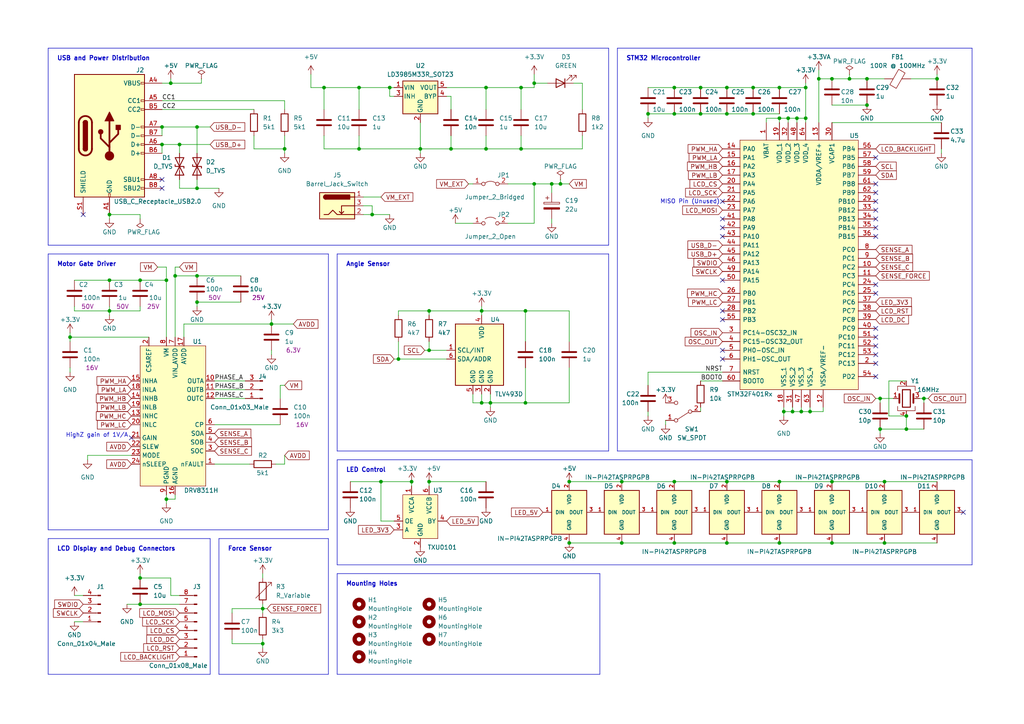
<source format=kicad_sch>
(kicad_sch (version 20231120) (generator "eeschema") (generator_version "8.0")
  (paper "A4")
  (title_block (title "BLDC Haptic Knob") (date "2024-12-29") (rev "0.4"))
  (junction (at 152.4 116.84))
  (junction (at 151.13 43.18))
  (junction (at 195.58 139.7))
  (junction (at 231.14 34.29))
  (junction (at 76.2 176.53))
  (junction (at 187.96 33.02))
  (junction (at 124.46 139.7))
  (junction (at 210.82 157.48))
  (junction (at 124.46 101.6))
  (junction (at 160.02 53.34))
  (junction (at 140.97 25.4))
  (junction (at 226.06 34.29))
  (junction (at 233.68 25.4))
  (junction (at 154.94 53.34))
  (junction (at 226.06 157.48))
  (junction (at 31.75 90.17))
  (junction (at 180.34 157.48))
  (junction (at 113.03 25.4))
  (junction (at 203.2 33.02))
  (junction (at 152.4 90.17))
  (junction (at 256.54 157.48))
  (junction (at 31.75 62.23))
  (junction (at 40.64 81.28))
  (junction (at 251.46 30.48))
  (junction (at 234.95 119.38))
  (junction (at 237.49 22.86))
  (junction (at 20.32 97.79))
  (junction (at 241.3 157.48))
  (junction (at 218.44 25.4))
  (junction (at 104.14 25.4))
  (junction (at 162.56 53.34))
  (junction (at 203.2 25.4))
  (junction (at 46.99 36.83))
  (junction (at 140.97 43.18))
  (junction (at 119.38 139.7))
  (junction (at 195.58 25.4))
  (junction (at 228.6 34.29))
  (junction (at 246.38 22.86))
  (junction (at 255.27 115.57))
  (junction (at 241.3 139.7))
  (junction (at 255.27 124.46))
  (junction (at 210.82 139.7))
  (junction (at 251.46 22.86))
  (junction (at 57.15 87.63))
  (junction (at 226.06 25.4))
  (junction (at 256.54 139.7))
  (junction (at 49.53 24.13))
  (junction (at 107.95 62.23))
  (junction (at 93.98 25.4))
  (junction (at 262.89 120.65))
  (junction (at 227.33 119.38))
  (junction (at 195.58 157.48))
  (junction (at 57.15 54.61))
  (junction (at 139.7 90.17))
  (junction (at 82.55 43.18))
  (junction (at 195.58 33.02))
  (junction (at 241.3 22.86))
  (junction (at 267.97 115.57))
  (junction (at 165.1 157.48))
  (junction (at 139.7 116.84))
  (junction (at 104.14 43.18))
  (junction (at 40.64 167.64))
  (junction (at 121.92 43.18))
  (junction (at 57.15 36.83))
  (junction (at 48.26 144.78))
  (junction (at 271.78 22.86))
  (junction (at 180.34 139.7))
  (junction (at 57.15 80.01))
  (junction (at 165.1 139.7))
  (junction (at 154.94 24.13))
  (junction (at 210.82 33.02))
  (junction (at 124.46 90.17))
  (junction (at 52.07 41.91))
  (junction (at 229.87 119.38))
  (junction (at 50.8 80.01))
  (junction (at 46.99 41.91))
  (junction (at 130.81 43.18))
  (junction (at 110.49 139.7))
  (junction (at 262.89 124.46))
  (junction (at 40.64 175.26))
  (junction (at 210.82 25.4))
  (junction (at 226.06 139.7))
  (junction (at 76.2 186.69))
  (junction (at 142.24 116.84))
  (junction (at 48.26 81.28))
  (junction (at 151.13 25.4))
  (junction (at 78.74 93.98))
  (junction (at 115.57 104.14))
  (junction (at 31.75 81.28))
  (junction (at 218.44 33.02))
  (junction (at 233.68 34.29))
  (junction (at 232.41 119.38))
  (no_connect (at 279.4 148.59))
  (no_connect (at 209.55 101.6))
  (no_connect (at 209.55 104.14))
  (no_connect (at 209.55 58.42))
  (no_connect (at 38.1 127))
  (no_connect (at 254 53.34))
  (no_connect (at 254 55.88))
  (no_connect (at 24.13 62.23))
  (no_connect (at 254 109.22))
  (no_connect (at 254 95.25))
  (no_connect (at 254 82.55))
  (no_connect (at 254 85.09))
  (no_connect (at 254 60.96))
  (no_connect (at 254 63.5))
  (no_connect (at 254 68.58))
  (no_connect (at 254 66.04))
  (no_connect (at 209.55 90.17))
  (no_connect (at 209.55 92.71))
  (no_connect (at 254 97.79))
  (no_connect (at 254 105.41))
  (no_connect (at 254 102.87))
  (no_connect (at 254 100.33))
  (no_connect (at 254 45.72))
  (no_connect (at 254 58.42))
  (no_connect (at 209.55 66.04))
  (no_connect (at 209.55 63.5))
  (no_connect (at 209.55 81.28))
  (no_connect (at 209.55 68.58))
  (no_connect (at 46.99 52.07))
  (no_connect (at 46.99 54.61))
  (polyline (pts (xy 13.97 156.21) (xy 13.97 195.58)))
  (wire (pts (xy 226.06 157.48) (xy 241.3 157.48)))
  (wire (pts (xy 104.14 39.37) (xy 104.14 43.18)))
  (wire (pts (xy 160.02 55.88) (xy 160.02 53.34)))
  (wire (pts (xy 40.64 63.5) (xy 40.64 62.23)))
  (wire (pts (xy 62.23 134.62) (xy 72.39 134.62)))
  (wire (pts (xy 195.58 33.02) (xy 203.2 33.02)))
  (wire (pts (xy 82.55 134.62) (xy 80.01 134.62)))
  (wire (pts (xy 101.6 139.7) (xy 110.49 139.7)))
  (wire (pts (xy 222.25 35.56) (xy 222.25 34.29)))
  (polyline (pts (xy 97.79 195.58) (xy 173.99 195.58)))
  (polyline (pts (xy 13.97 71.12) (xy 176.53 71.12)))
  (wire (pts (xy 82.55 44.45) (xy 82.55 43.18)))
  (wire (pts (xy 104.14 25.4) (xy 113.03 25.4)))
  (wire (pts (xy 53.34 93.98) (xy 53.34 97.79)))
  (wire (pts (xy 262.89 120.65) (xy 262.89 124.46)))
  (wire (pts (xy 229.87 118.11) (xy 229.87 119.38)))
  (wire (pts (xy 232.41 119.38) (xy 229.87 119.38)))
  (wire (pts (xy 21.59 81.28) (xy 31.75 81.28)))
  (wire (pts (xy 113.03 25.4) (xy 113.03 27.94)))
  (wire (pts (xy 154.94 24.13) (xy 154.94 25.4)))
  (wire (pts (xy 139.7 88.9) (xy 139.7 90.17)))
  (wire (pts (xy 139.7 114.3) (xy 139.7 116.84)))
  (wire (pts (xy 238.76 118.11) (xy 238.76 119.38)))
  (wire (pts (xy 234.95 119.38) (xy 232.41 119.38)))
  (wire (pts (xy 135.89 53.34) (xy 137.16 53.34)))
  (polyline (pts (xy 13.97 73.66) (xy 95.25 73.66)))
  (wire (pts (xy 187.96 33.02) (xy 195.58 33.02)))
  (polyline (pts (xy 13.97 73.66) (xy 13.97 153.67)))
  (wire (pts (xy 124.46 139.7) (xy 124.46 140.97)))
  (wire (pts (xy 233.68 24.13) (xy 233.68 25.4)))
  (wire (pts (xy 93.98 31.75) (xy 93.98 25.4)))
  (wire (pts (xy 45.72 77.47) (xy 48.26 77.47)))
  (wire (pts (xy 151.13 25.4) (xy 151.13 31.75)))
  (wire (pts (xy 57.15 44.45) (xy 57.15 36.83)))
  (wire (pts (xy 71.12 110.49) (xy 62.23 110.49)))
  (wire (pts (xy 210.82 33.02) (xy 218.44 33.02)))
  (wire (pts (xy 165.1 116.84) (xy 152.4 116.84)))
  (wire (pts (xy 255.27 115.57) (xy 255.27 116.84)))
  (wire (pts (xy 187.96 107.95) (xy 209.55 107.95)))
  (wire (pts (xy 262.89 110.49) (xy 257.81 110.49)))
  (wire (pts (xy 160.02 53.34) (xy 162.56 53.34)))
  (wire (pts (xy 147.32 64.77) (xy 154.94 64.77)))
  (wire (pts (xy 129.54 27.94) (xy 130.81 27.94)))
  (wire (pts (xy 90.17 21.59) (xy 90.17 25.4)))
  (wire (pts (xy 76.2 185.42) (xy 76.2 186.69)))
  (wire (pts (xy 31.75 90.17) (xy 40.64 90.17)))
  (wire (pts (xy 62.23 123.19) (xy 81.28 123.19)))
  (wire (pts (xy 165.1 157.48) (xy 180.34 157.48)))
  (wire (pts (xy 52.07 52.07) (xy 52.07 54.61)))
  (wire (pts (xy 140.97 31.75) (xy 140.97 25.4)))
  (polyline (pts (xy 63.5 156.21) (xy 63.5 195.58)))
  (wire (pts (xy 76.2 177.8) (xy 76.2 176.53)))
  (wire (pts (xy 233.68 25.4) (xy 233.68 34.29)))
  (wire (pts (xy 267.97 115.57) (xy 269.24 115.57)))
  (wire (pts (xy 76.2 186.69) (xy 76.2 187.96)))
  (wire (pts (xy 195.58 157.48) (xy 210.82 157.48)))
  (wire (pts (xy 237.49 22.86) (xy 237.49 35.56)))
  (wire (pts (xy 254 115.57) (xy 255.27 115.57)))
  (wire (pts (xy 226.06 33.02) (xy 218.44 33.02)))
  (polyline (pts (xy 97.79 73.66) (xy 176.53 73.66)))
  (wire (pts (xy 52.07 172.72) (xy 49.53 172.72)))
  (wire (pts (xy 21.59 180.34) (xy 24.13 180.34)))
  (wire (pts (xy 187.96 34.29) (xy 187.96 33.02)))
  (polyline (pts (xy 97.79 163.83) (xy 281.94 163.83)))
  (wire (pts (xy 123.19 101.6) (xy 124.46 101.6)))
  (wire (pts (xy 151.13 39.37) (xy 151.13 43.18)))
  (wire (pts (xy 210.82 157.48) (xy 226.06 157.48)))
  (wire (pts (xy 203.2 25.4) (xy 210.82 25.4)))
  (wire (pts (xy 20.32 97.79) (xy 43.18 97.79)))
  (wire (pts (xy 232.41 118.11) (xy 232.41 119.38)))
  (wire (pts (xy 227.33 119.38) (xy 227.33 120.65)))
  (wire (pts (xy 226.06 34.29) (xy 228.6 34.29)))
  (wire (pts (xy 57.15 52.07) (xy 57.15 54.61)))
  (wire (pts (xy 50.8 144.78) (xy 48.26 144.78)))
  (wire (pts (xy 31.75 63.5) (xy 31.75 62.23)))
  (wire (pts (xy 229.87 119.38) (xy 227.33 119.38)))
  (wire (pts (xy 124.46 101.6) (xy 124.46 99.06)))
  (wire (pts (xy 241.3 22.86) (xy 246.38 22.86)))
  (wire (pts (xy 152.4 99.06) (xy 152.4 90.17)))
  (wire (pts (xy 228.6 35.56) (xy 228.6 34.29)))
  (wire (pts (xy 241.3 30.48) (xy 251.46 30.48)))
  (wire (pts (xy 50.8 80.01) (xy 50.8 97.79)))
  (wire (pts (xy 154.94 25.4) (xy 151.13 25.4)))
  (wire (pts (xy 165.1 99.06) (xy 165.1 90.17)))
  (wire (pts (xy 139.7 116.84) (xy 142.24 116.84)))
  (wire (pts (xy 20.32 97.79) (xy 20.32 99.06)))
  (wire (pts (xy 31.75 90.17) (xy 31.75 91.44)))
  (wire (pts (xy 46.99 29.21) (xy 82.55 29.21)))
  (wire (pts (xy 52.07 54.61) (xy 57.15 54.61)))
  (wire (pts (xy 246.38 21.59) (xy 246.38 22.86)))
  (wire (pts (xy 121.92 43.18) (xy 121.92 44.45)))
  (wire (pts (xy 142.24 116.84) (xy 142.24 114.3)))
  (wire (pts (xy 25.4 132.08) (xy 25.4 133.35)))
  (wire (pts (xy 78.74 102.87) (xy 78.74 101.6)))
  (wire (pts (xy 227.33 118.11) (xy 227.33 119.38)))
  (wire (pts (xy 73.66 43.18) (xy 82.55 43.18)))
  (wire (pts (xy 57.15 87.63) (xy 69.85 87.63)))
  (wire (pts (xy 82.55 111.76) (xy 81.28 111.76)))
  (wire (pts (xy 209.55 110.49) (xy 203.2 110.49)))
  (polyline (pts (xy 63.5 156.21) (xy 95.25 156.21)))
  (wire (pts (xy 273.05 35.56) (xy 241.3 35.56)))
  (wire (pts (xy 104.14 43.18) (xy 121.92 43.18)))
  (wire (pts (xy 93.98 39.37) (xy 93.98 43.18)))
  (wire (pts (xy 210.82 139.7) (xy 226.06 139.7)))
  (wire (pts (xy 40.64 175.26) (xy 52.07 175.26)))
  (wire (pts (xy 40.64 166.37) (xy 40.64 167.64)))
  (wire (pts (xy 71.12 115.57) (xy 62.23 115.57)))
  (wire (pts (xy 165.1 90.17) (xy 152.4 90.17)))
  (wire (pts (xy 140.97 39.37) (xy 140.97 43.18)))
  (wire (pts (xy 67.31 186.69) (xy 76.2 186.69)))
  (wire (pts (xy 67.31 177.8) (xy 67.31 176.53)))
  (wire (pts (xy 137.16 116.84) (xy 139.7 116.84)))
  (wire (pts (xy 241.3 139.7) (xy 256.54 139.7)))
  (wire (pts (xy 234.95 118.11) (xy 234.95 119.38)))
  (polyline (pts (xy 179.07 13.97) (xy 281.94 13.97)))
  (wire (pts (xy 180.34 157.48) (xy 195.58 157.48)))
  (wire (pts (xy 256.54 139.7) (xy 271.78 139.7)))
  (wire (pts (xy 21.59 90.17) (xy 31.75 90.17)))
  (wire (pts (xy 140.97 139.7) (xy 124.46 139.7)))
  (wire (pts (xy 154.94 24.13) (xy 158.75 24.13)))
  (wire (pts (xy 237.49 20.32) (xy 237.49 22.86)))
  (wire (pts (xy 40.64 81.28) (xy 48.26 81.28)))
  (wire (pts (xy 233.68 34.29) (xy 233.68 35.56)))
  (wire (pts (xy 187.96 107.95) (xy 187.96 111.76)))
  (wire (pts (xy 50.8 80.01) (xy 57.15 80.01)))
  (wire (pts (xy 49.53 22.86) (xy 49.53 24.13)))
  (wire (pts (xy 105.41 62.23) (xy 107.95 62.23)))
  (polyline (pts (xy 179.07 130.81) (xy 281.94 130.81)))
  (wire (pts (xy 67.31 185.42) (xy 67.31 186.69)))
  (wire (pts (xy 76.2 166.37) (xy 76.2 167.64)))
  (wire (pts (xy 46.99 41.91) (xy 52.07 41.91)))
  (wire (pts (xy 50.8 143.51) (xy 50.8 144.78)))
  (wire (pts (xy 231.14 34.29) (xy 233.68 34.29)))
  (wire (pts (xy 160.02 64.77) (xy 160.02 63.5)))
  (wire (pts (xy 31.75 81.28) (xy 40.64 81.28)))
  (polyline (pts (xy 13.97 153.67) (xy 95.25 153.67)))
  (wire (pts (xy 165.1 106.68) (xy 165.1 116.84)))
  (wire (pts (xy 267.97 124.46) (xy 262.89 124.46)))
  (wire (pts (xy 238.76 119.38) (xy 234.95 119.38)))
  (wire (pts (xy 147.32 53.34) (xy 154.94 53.34)))
  (wire (pts (xy 130.81 43.18) (xy 140.97 43.18)))
  (wire (pts (xy 121.92 43.18) (xy 130.81 43.18)))
  (wire (pts (xy 53.34 93.98) (xy 78.74 93.98)))
  (wire (pts (xy 20.32 106.68) (xy 20.32 107.95)))
  (polyline (pts (xy 13.97 13.97) (xy 176.53 13.97)))
  (wire (pts (xy 152.4 90.17) (xy 139.7 90.17)))
  (polyline (pts (xy 13.97 156.21) (xy 60.96 156.21)))
  (wire (pts (xy 49.53 167.64) (xy 40.64 167.64)))
  (polyline (pts (xy 95.25 195.58) (xy 95.25 156.21)))
  (polyline (pts (xy 281.94 130.81) (xy 281.94 13.97)))
  (wire (pts (xy 168.91 43.18) (xy 151.13 43.18)))
  (wire (pts (xy 165.1 139.7) (xy 180.34 139.7)))
  (wire (pts (xy 107.95 62.23) (xy 113.03 62.23)))
  (wire (pts (xy 162.56 53.34) (xy 165.1 53.34)))
  (wire (pts (xy 255.27 125.73) (xy 255.27 124.46)))
  (wire (pts (xy 130.81 27.94) (xy 130.81 31.75)))
  (polyline (pts (xy 97.79 133.35) (xy 281.94 133.35)))
  (wire (pts (xy 93.98 43.18) (xy 104.14 43.18)))
  (wire (pts (xy 107.95 59.69) (xy 107.95 62.23)))
  (wire (pts (xy 154.94 21.59) (xy 154.94 24.13)))
  (wire (pts (xy 187.96 120.65) (xy 187.96 119.38)))
  (wire (pts (xy 140.97 25.4) (xy 151.13 25.4)))
  (wire (pts (xy 110.49 151.13) (xy 110.49 139.7)))
  (wire (pts (xy 113.03 25.4) (xy 114.3 25.4)))
  (wire (pts (xy 124.46 90.17) (xy 139.7 90.17)))
  (wire (pts (xy 115.57 90.17) (xy 124.46 90.17)))
  (polyline (pts (xy 13.97 13.97) (xy 13.97 71.12)))
  (polyline (pts (xy 97.79 73.66) (xy 97.79 130.81)))
  (polyline (pts (xy 176.53 71.12) (xy 176.53 13.97)))
  (wire (pts (xy 48.26 77.47) (xy 48.26 81.28)))
  (wire (pts (xy 228.6 34.29) (xy 231.14 34.29)))
  (polyline (pts (xy 281.94 163.83) (xy 281.94 133.35)))
  (wire (pts (xy 48.26 81.28) (xy 48.26 97.79)))
  (wire (pts (xy 46.99 31.75) (xy 73.66 31.75)))
  (wire (pts (xy 256.54 157.48) (xy 271.78 157.48)))
  (wire (pts (xy 40.64 90.17) (xy 40.64 88.9)))
  (polyline (pts (xy 97.79 166.37) (xy 97.79 195.58)))
  (wire (pts (xy 226.06 35.56) (xy 226.06 34.29)))
  (wire (pts (xy 40.64 62.23) (xy 31.75 62.23)))
  (polyline (pts (xy 179.07 13.97) (xy 179.07 130.81)))
  (wire (pts (xy 241.3 22.86) (xy 237.49 22.86)))
  (wire (pts (xy 46.99 41.91) (xy 46.99 44.45)))
  (wire (pts (xy 257.81 110.49) (xy 257.81 120.65)))
  (wire (pts (xy 203.2 33.02) (xy 210.82 33.02)))
  (wire (pts (xy 255.27 115.57) (xy 259.08 115.57)))
  (polyline (pts (xy 97.79 130.81) (xy 176.53 130.81)))
  (wire (pts (xy 82.55 132.08) (xy 82.55 134.62)))
  (polyline (pts (xy 173.99 195.58) (xy 173.99 166.37)))
  (wire (pts (xy 129.54 25.4) (xy 140.97 25.4)))
  (wire (pts (xy 71.12 113.03) (xy 62.23 113.03)))
  (wire (pts (xy 154.94 53.34) (xy 160.02 53.34)))
  (wire (pts (xy 266.7 115.57) (xy 267.97 115.57)))
  (wire (pts (xy 195.58 25.4) (xy 203.2 25.4)))
  (wire (pts (xy 119.38 139.7) (xy 119.38 140.97)))
  (wire (pts (xy 113.03 27.94) (xy 114.3 27.94)))
  (wire (pts (xy 115.57 91.44) (xy 115.57 90.17)))
  (wire (pts (xy 38.1 132.08) (xy 25.4 132.08)))
  (wire (pts (xy 78.74 92.71) (xy 78.74 93.98)))
  (polyline (pts (xy 95.25 153.67) (xy 95.25 73.66)))
  (wire (pts (xy 168.91 24.13) (xy 168.91 31.75)))
  (wire (pts (xy 203.2 118.11) (xy 203.2 119.38)))
  (wire (pts (xy 264.16 22.86) (xy 271.78 22.86)))
  (wire (pts (xy 48.26 146.05) (xy 48.26 144.78)))
  (wire (pts (xy 195.58 139.7) (xy 210.82 139.7)))
  (polyline (pts (xy 60.96 156.21) (xy 60.96 195.58)))
  (wire (pts (xy 48.26 144.78) (xy 48.26 143.51)))
  (wire (pts (xy 20.32 96.52) (xy 20.32 97.79)))
  (polyline (pts (xy 97.79 133.35) (xy 97.79 163.83)))
  (wire (pts (xy 110.49 139.7) (xy 119.38 139.7)))
  (wire (pts (xy 76.2 176.53) (xy 77.47 176.53)))
  (polyline (pts (xy 60.96 195.58) (xy 13.97 195.58)))
  (wire (pts (xy 129.54 104.14) (xy 115.57 104.14)))
  (polyline (pts (xy 63.5 195.58) (xy 95.25 195.58)))
  (wire (pts (xy 166.37 24.13) (xy 168.91 24.13)))
  (wire (pts (xy 78.74 93.98) (xy 85.09 93.98)))
  (wire (pts (xy 231.14 35.56) (xy 231.14 34.29)))
  (wire (pts (xy 222.25 34.29) (xy 226.06 34.29)))
  (wire (pts (xy 110.49 57.15) (xy 105.41 57.15)))
  (wire (pts (xy 256.54 22.86) (xy 251.46 22.86)))
  (wire (pts (xy 142.24 118.11) (xy 142.24 116.84)))
  (wire (pts (xy 105.41 59.69) (xy 107.95 59.69)))
  (wire (pts (xy 226.06 25.4) (xy 218.44 25.4)))
  (wire (pts (xy 36.83 175.26) (xy 40.64 175.26)))
  (wire (pts (xy 152.4 116.84) (xy 142.24 116.84)))
  (wire (pts (xy 140.97 43.18) (xy 151.13 43.18)))
  (wire (pts (xy 58.42 22.86) (xy 58.42 24.13)))
  (wire (pts (xy 46.99 24.13) (xy 49.53 24.13)))
  (wire (pts (xy 49.53 172.72) (xy 49.53 167.64)))
  (wire (pts (xy 52.07 77.47) (xy 50.8 77.47)))
  (wire (pts (xy 132.08 64.77) (xy 137.16 64.77)))
  (wire (pts (xy 130.81 39.37) (xy 130.81 43.18)))
  (wire (pts (xy 180.34 139.7) (xy 195.58 139.7)))
  (wire (pts (xy 152.4 106.68) (xy 152.4 116.84)))
  (wire (pts (xy 73.66 39.37) (xy 73.66 43.18)))
  (wire (pts (xy 210.82 25.4) (xy 218.44 25.4)))
  (wire (pts (xy 31.75 90.17) (xy 31.75 88.9)))
  (wire (pts (xy 273.05 44.45) (xy 273.05 43.18)))
  (wire (pts (xy 257.81 120.65) (xy 262.89 120.65)))
  (wire (pts (xy 90.17 25.4) (xy 93.98 25.4)))
  (wire (pts (xy 226.06 139.7) (xy 241.3 139.7)))
  (wire (pts (xy 46.99 39.37) (xy 46.99 36.83)))
  (wire (pts (xy 187.96 25.4) (xy 195.58 25.4)))
  (wire (pts (xy 104.14 31.75) (xy 104.14 25.4)))
  (wire (pts (xy 271.78 21.59) (xy 271.78 22.86)))
  (wire (pts (xy 52.07 41.91) (xy 60.96 41.91)))
  (wire (pts (xy 57.15 88.9) (xy 57.15 87.63)))
  (wire (pts (xy 139.7 90.17) (xy 139.7 91.44)))
  (wire (pts (xy 162.56 52.07) (xy 162.56 53.34)))
  (wire (pts (xy 115.57 104.14) (xy 115.57 99.06)))
  (wire (pts (xy 57.15 80.01) (xy 69.85 80.01)))
  (wire (pts (xy 241.3 157.48) (xy 256.54 157.48)))
  (wire (pts (xy 21.59 172.72) (xy 24.13 172.72)))
  (wire (pts (xy 50.8 77.47) (xy 50.8 80.01)))
  (wire (pts (xy 82.55 29.21) (xy 82.55 31.75)))
  (wire (pts (xy 251.46 22.86) (xy 246.38 22.86)))
  (wire (pts (xy 46.99 36.83) (xy 57.15 36.83)))
  (wire (pts (xy 81.28 111.76) (xy 81.28 115.57)))
  (wire (pts (xy 76.2 176.53) (xy 76.2 175.26)))
  (wire (pts (xy 114.3 104.14) (xy 115.57 104.14)))
  (wire (pts (xy 168.91 39.37) (xy 168.91 43.18)))
  (wire (pts (xy 124.46 91.44) (xy 124.46 90.17)))
  (wire (pts (xy 57.15 36.83) (xy 60.96 36.83)))
  (wire (pts (xy 154.94 64.77) (xy 154.94 53.34)))
  (wire (pts (xy 63.5 54.61) (xy 57.15 54.61)))
  (wire (pts (xy 93.98 25.4) (xy 104.14 25.4)))
  (wire (pts (xy 129.54 101.6) (xy 124.46 101.6)))
  (polyline (pts (xy 176.53 130.81) (xy 176.53 73.66)))
  (wire (pts (xy 267.97 116.84) (xy 267.97 115.57)))
  (wire (pts (xy 226.06 25.4) (xy 233.68 25.4)))
  (wire (pts (xy 255.27 124.46) (xy 262.89 124.46)))
  (wire (pts (xy 193.04 123.19) (xy 193.04 121.92)))
  (wire (pts (xy 58.42 24.13) (xy 49.53 24.13)))
  (wire (pts (xy 137.16 114.3) (xy 137.16 116.84)))
  (wire (pts (xy 82.55 39.37) (xy 82.55 43.18)))
  (wire (pts (xy 121.92 35.56) (xy 121.92 43.18)))
  (wire (pts (xy 114.3 151.13) (xy 110.49 151.13)))
  (polyline (pts (xy 97.79 166.37) (xy 173.99 166.37)))
  (wire (pts (xy 52.07 44.45) (xy 52.07 41.91)))
  (wire (pts (xy 67.31 176.53) (xy 76.2 176.53)))
  (wire (pts (xy 21.59 90.17) (xy 21.59 88.9)))
  (text "MISO Pin (Unused)" (at 191.465 59.2692 0) (effects (font (size 1.2 1.2)) (justify left bottom)))
  (text "Mounting Holes" (at 100.33 170.18 0) (effects (font (size 1.27 1.27) (thickness 0.254) (bold yes)) (justify left bottom)))
  (text "LCD Display and Debug Connectors" (at 16.51 160.02 0) (effects (font (size 1.27 1.27) (thickness 0.254) (bold yes)) (justify left bottom)))
  (text "USB and Power Distribution" (at 16.51 17.78 0) (effects (font (size 1.27 1.27) (thickness 0.254) (bold yes)) (justify left bottom)))
  (text "Force Sensor" (at 66.04 160.02 0) (effects (font (size 1.27 1.27) (thickness 0.254) (bold yes)) (justify left bottom)))
  (text "LED Control" (at 100.33 137.16 0) (effects (font (size 1.27 1.27) (thickness 0.254) (bold yes)) (justify left bottom)))
  (text "HighZ gain of 1V/A" (at 19.05 127 0) (effects (font (size 1.2 1.2)) (justify left bottom)))
  (text "STM32 Microcontroller" (at 181.61 17.78 0) (effects (font (size 1.27 1.27) (thickness 0.254) (bold yes)) (justify left bottom)))
  (text "Angle Sensor" (at 100.33 77.47 0) (effects (font (size 1.27 1.27) (thickness 0.254) (bold yes)) (justify left bottom)))
  (text "Motor Gate Driver" (at 16.51 77.47 0) (effects (font (size 1.27 1.27) (thickness 0.254) (bold yes)) (justify left bottom)))
  (label "PHASE_A" (at 62.23 110.49 0))
  (label "PHASE_B" (at 62.23 113.03 0))
  (label "BOOT0" (at 209.55 110.49 180))
  (label "CC2" (at 46.99 31.75 0))
  (label "PHASE_C" (at 62.23 115.57 0))
  (label "NRST" (at 209.55 107.95 180))
  (label "CC1" (at 46.99 29.21 0))
  (global_label "LCD_SCK" (shape input) (at 52.07 180.34 180) (property "Intersheetrefs" "${INTERSHEET_REFS}" (effects (hide yes))))
  (global_label "LED_5V" (shape input) (at 129.54 151.13 0) (property "Intersheetrefs" "${INTERSHEET_REFS}" (effects (hide yes))))
  (global_label "PWM_HA" (shape input) (at 38.1 110.49 180) (property "Intersheetrefs" "${INTERSHEET_REFS}" (effects (hide yes))))
  (global_label "AVDD" (shape input) (at 82.55 132.08 0) (property "Intersheetrefs" "${INTERSHEET_REFS}" (effects (hide yes))))
  (global_label "LED_5V" (shape input) (at 157.48 148.59 180) (property "Intersheetrefs" "${INTERSHEET_REFS}" (effects (hide yes))))
  (global_label "SENSE_A" (shape input) (at 62.23 125.73 0) (property "Intersheetrefs" "${INTERSHEET_REFS}" (effects (hide yes))))
  (global_label "AVDD" (shape input) (at 38.1 134.62 180) (property "Intersheetrefs" "${INTERSHEET_REFS}" (effects (hide yes))))
  (global_label "USB_D-" (shape input) (at 60.96 36.83 0) (property "Intersheetrefs" "${INTERSHEET_REFS}" (effects (hide yes))))
  (global_label "LCD_CS" (shape input) (at 209.55 53.34 180) (property "Intersheetrefs" "${INTERSHEET_REFS}" (effects (hide yes))))
  (global_label "LCD_RST" (shape input) (at 52.07 187.96 180) (property "Intersheetrefs" "${INTERSHEET_REFS}" (effects (hide yes))))
  (global_label "SENSE_A" (shape input) (at 254 72.39 0) (property "Intersheetrefs" "${INTERSHEET_REFS}" (effects (hide yes))))
  (global_label "PWM_LB" (shape input) (at 38.1 118.11 180) (property "Intersheetrefs" "${INTERSHEET_REFS}" (effects (hide yes))))
  (global_label "PWM_LA" (shape input) (at 38.1 113.03 180) (property "Intersheetrefs" "${INTERSHEET_REFS}" (effects (hide yes))))
  (global_label "PWM_LA" (shape input) (at 209.55 45.72 180) (property "Intersheetrefs" "${INTERSHEET_REFS}" (effects (hide yes))))
  (global_label "LCD_MOSI" (shape input) (at 209.55 60.96 180) (property "Intersheetrefs" "${INTERSHEET_REFS}" (effects (hide yes))))
  (global_label "LCD_CS" (shape input) (at 52.07 182.88 180) (property "Intersheetrefs" "${INTERSHEET_REFS}" (effects (hide yes))))
  (global_label "AVDD" (shape input) (at 38.1 129.54 180) (property "Intersheetrefs" "${INTERSHEET_REFS}" (effects (hide yes))))
  (global_label "SENSE_C" (shape input) (at 62.23 130.81 0) (property "Intersheetrefs" "${INTERSHEET_REFS}" (effects (hide yes))))
  (global_label "SENSE_B" (shape input) (at 254 74.93 0) (property "Intersheetrefs" "${INTERSHEET_REFS}" (effects (hide yes))))
  (global_label "SCL" (shape input) (at 123.19 101.6 180) (property "Intersheetrefs" "${INTERSHEET_REFS}" (effects (hide yes))))
  (global_label "USB_D-" (shape input) (at 209.55 71.12 180) (property "Intersheetrefs" "${INTERSHEET_REFS}" (effects (hide yes))))
  (global_label "USB_D+" (shape input) (at 209.55 73.66 180) (property "Intersheetrefs" "${INTERSHEET_REFS}" (effects (hide yes))))
  (global_label "SWDIO" (shape input) (at 24.13 175.26 180) (property "Intersheetrefs" "${INTERSHEET_REFS}" (effects (hide yes))))
  (global_label "VM" (shape input) (at 45.72 77.47 180) (property "Intersheetrefs" "${INTERSHEET_REFS}" (effects (hide yes))))
  (global_label "PWM_HA" (shape input) (at 209.55 43.18 180) (property "Intersheetrefs" "${INTERSHEET_REFS}" (effects (hide yes))))
  (global_label "AVDD" (shape input) (at 85.09 93.98 0) (property "Intersheetrefs" "${INTERSHEET_REFS}" (effects (hide yes))))
  (global_label "LCD_DC" (shape input) (at 254 92.71 0) (property "Intersheetrefs" "${INTERSHEET_REFS}" (effects (hide yes))))
  (global_label "SENSE_B" (shape input) (at 62.23 128.27 0) (property "Intersheetrefs" "${INTERSHEET_REFS}" (effects (hide yes))))
  (global_label "SCL" (shape input) (at 254 48.26 0) (property "Intersheetrefs" "${INTERSHEET_REFS}" (effects (hide yes))))
  (global_label "PWM_HB" (shape input) (at 38.1 115.57 180) (property "Intersheetrefs" "${INTERSHEET_REFS}" (effects (hide yes))))
  (global_label "PWM_HC" (shape input) (at 209.55 85.09 180) (property "Intersheetrefs" "${INTERSHEET_REFS}" (effects (hide yes))))
  (global_label "LCD_SCK" (shape input) (at 209.55 55.88 180) (property "Intersheetrefs" "${INTERSHEET_REFS}" (effects (hide yes))))
  (global_label "PWM_LC" (shape input) (at 38.1 123.19 180) (property "Intersheetrefs" "${INTERSHEET_REFS}" (effects (hide yes))))
  (global_label "VM" (shape input) (at 82.55 111.76 0) (property "Intersheetrefs" "${INTERSHEET_REFS}" (effects (hide yes))))
  (global_label "SENSE_C" (shape input) (at 254 77.47 0) (property "Intersheetrefs" "${INTERSHEET_REFS}" (effects (hide yes))))
  (global_label "SWDIO" (shape input) (at 209.55 76.2 180) (property "Intersheetrefs" "${INTERSHEET_REFS}" (effects (hide yes))))
  (global_label "PWM_LB" (shape input) (at 209.55 50.8 180) (property "Intersheetrefs" "${INTERSHEET_REFS}" (effects (hide yes))))
  (global_label "LED_3V3" (shape input) (at 114.3 153.67 180) (property "Intersheetrefs" "${INTERSHEET_REFS}" (effects (hide yes))))
  (global_label "SENSE_FORCE" (shape input) (at 254 80.01 0) (property "Intersheetrefs" "${INTERSHEET_REFS}" (effects (hide yes))))
  (global_label "PWM_HB" (shape input) (at 209.55 48.26 180) (property "Intersheetrefs" "${INTERSHEET_REFS}" (effects (hide yes))))
  (global_label "OSC_OUT" (shape input) (at 209.55 99.06 180) (property "Intersheetrefs" "${INTERSHEET_REFS}" (effects (hide yes))))
  (global_label "SWCLK" (shape input) (at 209.55 78.74 180) (property "Intersheetrefs" "${INTERSHEET_REFS}" (effects (hide yes))))
  (global_label "LCD_MOSI" (shape input) (at 52.07 177.8 180) (property "Intersheetrefs" "${INTERSHEET_REFS}" (effects (hide yes))))
  (global_label "SDA" (shape input) (at 114.3 104.14 180) (property "Intersheetrefs" "${INTERSHEET_REFS}" (effects (hide yes))))
  (global_label "OSC_IN" (shape input) (at 254 115.57 180) (property "Intersheetrefs" "${INTERSHEET_REFS}" (effects (hide yes))))
  (global_label "SDA" (shape input) (at 254 50.8 0) (property "Intersheetrefs" "${INTERSHEET_REFS}" (effects (hide yes))))
  (global_label "VM_EXT" (shape input) (at 135.89 53.34 180) (property "Intersheetrefs" "${INTERSHEET_REFS}" (effects (hide yes))))
  (global_label "SWCLK" (shape input) (at 24.13 177.8 180) (property "Intersheetrefs" "${INTERSHEET_REFS}" (effects (hide yes))))
  (global_label "LCD_DC" (shape input) (at 52.07 185.42 180) (property "Intersheetrefs" "${INTERSHEET_REFS}" (effects (hide yes))))
  (global_label "LED_3V3" (shape input) (at 254 87.63 0) (property "Intersheetrefs" "${INTERSHEET_REFS}" (effects (hide yes))))
  (global_label "VM" (shape input) (at 165.1 53.34 0) (property "Intersheetrefs" "${INTERSHEET_REFS}" (effects (hide yes))))
  (global_label "LCD_BACKLIGHT" (shape input) (at 254 43.18 0) (property "Intersheetrefs" "${INTERSHEET_REFS}" (effects (hide yes))))
  (global_label "PWM_HC" (shape input) (at 38.1 120.65 180) (property "Intersheetrefs" "${INTERSHEET_REFS}" (effects (hide yes))))
  (global_label "VM" (shape input) (at 52.07 77.47 0) (property "Intersheetrefs" "${INTERSHEET_REFS}" (effects (hide yes))))
  (global_label "OSC_OUT" (shape input) (at 269.24 115.57 0) (property "Intersheetrefs" "${INTERSHEET_REFS}" (effects (hide yes))))
  (global_label "LCD_RST" (shape input) (at 254 90.17 0) (property "Intersheetrefs" "${INTERSHEET_REFS}" (effects (hide yes))))
  (global_label "LCD_BACKLIGHT" (shape input) (at 52.07 190.5 180) (property "Intersheetrefs" "${INTERSHEET_REFS}" (effects (hide yes))))
  (global_label "USB_D+" (shape input) (at 60.96 41.91 0) (property "Intersheetrefs" "${INTERSHEET_REFS}" (effects (hide yes))))
  (global_label "VM_EXT" (shape input) (at 110.49 57.15 0) (property "Intersheetrefs" "${INTERSHEET_REFS}" (effects (hide yes))))
  (global_label "OSC_IN" (shape input) (at 209.55 96.52 180) (property "Intersheetrefs" "${INTERSHEET_REFS}" (effects (hide yes))))
  (global_label "PWM_LC" (shape input) (at 209.55 87.63 180) (property "Intersheetrefs" "${INTERSHEET_REFS}" (effects (hide yes))))
  (global_label "SENSE_FORCE" (shape input) (at 77.47 176.53 0) (property "Intersheetrefs" "${INTERSHEET_REFS}" (effects (hide yes))))
  (symbol (lib_id "Device:C") (at 226.06 29.21 0) (unit 1)
    (property "Reference" "C27" (at 228.6 26.67 0) (effects (justify left)))
    (property "Value" "100n" (at 227.33 31.75 0) (effects (justify left)))
    (property "Footprint" "Capacitor_SMD:C_0603_1608Metric" (effects (hide yes)))
  )
  (symbol (lib_id "Device:C") (at 203.2 29.21 0) (unit 1)
    (property "Reference" "C24" (at 204.47 26.67 0) (effects (justify left)))
    (property "Value" "100n" (at 204.47 31.75 0) (effects (justify left)))
    (property "Footprint" "Capacitor_SMD:C_0603_1608Metric" (effects (hide yes)))
  )
  (symbol (lib_id "power:+5V") (at 90.17 21.59 0) (unit 1)
    (property "Reference" "#PWR018" (effects (hide yes)))
    (property "Value" "+5V" (at 90.17 16.51 0))
  )
  (symbol (lib_id "Connector:Conn_01x08_Male") (at 57.15 182.88 180) (unit 1)
    (property "Reference" "J3" (at 55.88 170.18 0) (effects (justify right)))
    (property "Value" "Conn_01x08_Male" (at 43.18 193.04 0) (effects (justify right)))
    (property "Footprint" "smart_knob_footprints:LCD_Display" (effects (hide yes)))
  )
  (symbol (lib_id "power:+3.3V") (at 20.32 96.52 0) (unit 1)
    (property "Reference" "#PWR01" (effects (hide yes)))
    (property "Value" "+3.3V" (at 20.32 92.71 0))
  )
  (symbol (lib_id "Device:C") (at 151.13 35.56 0) (unit 1)
    (property "Reference" "C17" (at 154.94 34.2899 0) (effects (justify left)))
    (property "Value" "10u" (at 154.94 36.8299 0) (effects (justify left)))
    (property "Footprint" "Capacitor_SMD:C_0603_1608Metric" (effects (hide yes)))
  )
  (symbol (lib_id "Device:C") (at 210.82 29.21 0) (unit 1)
    (property "Reference" "C25" (at 212.09 26.67 0) (effects (justify left)))
    (property "Value" "100n" (at 212.09 31.75 0) (effects (justify left)))
    (property "Footprint" "Capacitor_SMD:C_0603_1608Metric" (effects (hide yes)))
  )
  (symbol (lib_id "Device:C") (at 273.05 39.37 0) (unit 1)
    (property "Reference" "C33" (at 275.59 38.1 0) (effects (justify left)))
    (property "Value" "4.7u" (at 275.59 40.64 0) (effects (justify left)))
    (property "Footprint" "Capacitor_SMD:C_0603_1608Metric" (effects (hide yes)))
  )
  (symbol (lib_id "Mechanical:MountingHole") (at 124.46 185.42 0) (unit 1)
    (property "Reference" "H7" (at 127 184.1499 0) (effects (justify left)))
    (property "Value" "MountingHole" (at 127 186.6899 0) (effects (justify left)))
    (property "Footprint" "smart_knob_footprints:MountingHole_1.8mm_M1.6" (effects (hide yes)))
  )
  (symbol (lib_id "power:GND") (at 273.05 44.45 0) (unit 1)
    (property "Reference" "#PWR044" (effects (hide yes)))
    (property "Value" "GND" (at 273.05 48.26 0))
  )
  (symbol (lib_id "Device:C") (at 255.27 120.65 0) (unit 1)
    (property "Reference" "C30" (at 248.92 119.38 0) (effects (justify left)))
    (property "Value" "10p" (at 248.92 121.92 0) (effects (justify left)))
    (property "Footprint" "Capacitor_SMD:C_0603_1608Metric" (effects (hide yes)))
  )
  (symbol (lib_id "power:+5V") (at 49.53 22.86 0) (unit 1)
    (property "Reference" "#PWR011" (effects (hide yes)))
    (property "Value" "+5V" (at 49.53 19.05 0))
  )
  (symbol (lib_id "Device:C") (at 20.32 102.87 0) (unit 1)
    (property "Reference" "C1" (at 24.13 101.5999 0) (effects (justify left)))
    (property "Value" "100n" (at 24.13 104.1399 0) (effects (justify left)))
    (property "Footprint" "Capacitor_SMD:C_0603_1608Metric" (effects (hide yes)))
    (property "Rating" "16V" (at 26.67 106.68 0))
  )
  (symbol (lib_id "Device:C") (at 140.97 143.51 180) (unit 1)
    (property "Reference" "C16" (at 133.35 142.24 0) (effects (justify right)))
    (property "Value" "100n" (at 133.35 144.78 0) (effects (justify right)))
    (property "Footprint" "Capacitor_SMD:C_0603_1608Metric" (effects (hide yes)))
  )
  (symbol (lib_id "power:+3.3VA") (at 237.49 20.32 0) (unit 1)
    (property "Reference" "#PWR039" (effects (hide yes)))
    (property "Value" "+3.3VA" (at 237.49 16.51 0))
  )
  (symbol (lib_id "power:+3.3V") (at 271.78 21.59 0) (unit 1)
    (property "Reference" "#PWR042" (effects (hide yes)))
    (property "Value" "+3.3V" (at 271.78 17.78 0))
  )
  (symbol (lib_id "power:GND") (at 78.74 102.87 0) (unit 1)
    (property "Reference" "#PWR016" (effects (hide yes)))
    (property "Value" "GND" (at 78.74 106.68 0))
  )
  (symbol (lib_id "Device:C") (at 31.75 85.09 0) (unit 1)
    (property "Reference" "C3" (at 33.02 82.55 0) (effects (justify left)))
    (property "Value" "1u" (at 34.29 86.36 0) (effects (justify left)))
    (property "Footprint" "Capacitor_SMD:C_0603_1608Metric" (effects (hide yes)))
    (property "Rating" "50V" (at 35.56 88.9 0))
  )
  (symbol (lib_id "power:+5V") (at 124.46 139.7 0) (unit 1)
    (property "Reference" "#PWR024" (effects (hide yes)))
    (property "Value" "+5V" (at 125.73 135.89 0))
  )
  (symbol (lib_id "Device:C") (at 140.97 35.56 0) (unit 1)
    (property "Reference" "C15" (at 144.78 34.2899 0) (effects (justify left)))
    (property "Value" "1u" (at 144.78 36.8299 0) (effects (justify left)))
    (property "Footprint" "Capacitor_SMD:C_0603_1608Metric" (effects (hide yes)))
  )
  (symbol (lib_id "power:GND") (at 25.4 133.35 0) (unit 1)
    (property "Reference" "#PWR05" (effects (hide yes)))
    (property "Value" "GND" (at 25.4 138.43 0))
  )
  (symbol (lib_id "Device:R") (at 124.46 95.25 0) (unit 1)
    (property "Reference" "R7" (at 127 93.9799 0) (effects (justify left)))
    (property "Value" "4k7" (at 127 96.5199 0) (effects (justify left)))
    (property "Footprint" "Resistor_SMD:R_0603_1608Metric" (effects (hide yes)))
  )
  (symbol (lib_id "Regulator_Linear:LD3985M33R_SOT23") (at 121.92 27.94 0) (unit 1)
    (property "Reference" "U2" (at 121.92 19.05 0))
    (property "Value" "LD3985M33R_SOT23" (at 121.92 21.59 0))
    (property "Footprint" "Package_TO_SOT_SMD:SOT-23-5" (effects (hide yes)))
    (property "Datasheet" "http://www.st.com/internet/com/TECHNICAL_RESOURCES/TECHNICAL_LITERATURE/DATASHEET/CD00003395.pdf" (effects (hide yes)))
  )
  (symbol (lib_id "smart_knob_symbols:IN-PI42TASPRPGPB") (at 195.58 148.59 0) (unit 1)
    (property "Reference" "D6" (at 191.77 140.97 0))
    (property "Value" "IN-PI42TASPRPGPB" (at 195.58 160.02 0))
    (property "Footprint" "smart_knob_footprints:LED_IN-PI42TASPRPGPB" (effects (hide yes)))
    (property "STANDARD" "Manufacturer Recommendations" (effects (hide yes)))
    (property "SNAPEDA_PN" "IN-PI42TASPRPGPB" (effects (hide yes)))
    (property "MAXIMUM_PACKAGE_HEIGHT" "2.05 mm" (effects (hide yes)))
    (property "PARTREV" "Oct. 10, 2021" (effects (hide yes)))
    (property "MANUFACTURER" "Inolux" (effects (hide yes)))
  )
  (symbol (lib_id "power:+5V") (at 132.08 64.77 0) (unit 1)
    (property "Reference" "#PWR025" (effects (hide yes)))
    (property "Value" "+5V" (at 132.08 60.96 0))
  )
  (symbol (lib_id "Device:C_Polarized") (at 160.02 59.69 0) (unit 1)
    (property "Reference" "C19" (at 163.83 58.166 0) (effects (justify left)))
    (property "Value" "22u" (at 163.83 60.706 0) (effects (justify left)))
    (property "Footprint" "Capacitor_Tantalum_SMD:CP_EIA-2012-12_Kemet-R" (effects (hide yes)))
  )
  (symbol (lib_id "Device:R") (at 76.2 134.62 90) (unit 1)
    (property "Reference" "R2" (at 76.2 132.08 90))
    (property "Value" "5k1" (at 76.2 137.16 90))
    (property "Footprint" "Resistor_SMD:R_0603_1608Metric" (effects (hide yes)))
  )
  (symbol (lib_id "power:GND") (at 76.2 187.96 0) (unit 1)
    (property "Reference" "#PWR015" (effects (hide yes)))
    (property "Value" "GND" (at 76.2 191.77 0))
  )
  (symbol (lib_id "power:GND") (at 113.03 62.23 0) (unit 1)
    (property "Reference" "#PWR020" (effects (hide yes)))
    (property "Value" "GND" (at 113.03 66.04 0))
  )
  (symbol (lib_id "Device:R") (at 203.2 114.3 180) (unit 1)
    (property "Reference" "R9" (at 205.74 113.03 0) (effects (justify right)))
    (property "Value" "10k" (at 205.74 115.57 0) (effects (justify right)))
    (property "Footprint" "Resistor_SMD:R_0603_1608Metric" (effects (hide yes)))
  )
  (symbol (lib_id "power:GND") (at 165.1 157.48 0) (unit 1)
    (property "Reference" "#PWR032" (effects (hide yes)))
    (property "Value" "GND" (at 165.1 161.29 0))
  )
  (symbol (lib_id "Device:C") (at 187.96 29.21 0) (unit 1)
    (property "Reference" "C21" (at 189.23 26.67 0) (effects (justify left)))
    (property "Value" "10u" (at 189.23 31.75 0) (effects (justify left)))
    (property "Footprint" "Capacitor_SMD:C_0603_1608Metric" (effects (hide yes)))
  )
  (symbol (lib_id "power:GND") (at 31.75 91.44 0) (unit 1)
    (property "Reference" "#PWR07" (effects (hide yes)))
    (property "Value" "GND" (at 31.75 95.25 0))
  )
  (symbol (lib_id "Connector:USB_C_Receptacle_USB2.0") (at 31.75 39.37 0) (unit 1)
    (property "Reference" "J2" (at 40.64 20.32 0))
    (property "Value" "USB_C_Receptacle_USB2.0" (at 45.72 58.42 0))
    (property "Footprint" "USB4110-GF-A_REVB:GCT_USB4110-GF-A_REVB_USB2.0" (effects (hide yes)))
    (property "Datasheet" "https://www.usb.org/sites/default/files/documents/usb_type-c.zip" (effects (hide yes)))
  )
  (symbol (lib_id "Device:R") (at 76.2 181.61 0) (unit 1)
    (property "Reference" "R4" (at 78.74 180.3399 0) (effects (justify left)))
    (property "Value" "3k3" (at 78.74 182.8799 0) (effects (justify left)))
    (property "Footprint" "Resistor_SMD:R_0603_1608Metric" (effects (hide yes)))
  )
  (symbol (lib_id "power:GND") (at 142.24 118.11 0) (unit 1)
    (property "Reference" "#PWR028" (effects (hide yes)))
    (property "Value" "GND" (at 142.24 121.92 0))
  )
  (symbol (lib_id "smart_knob_symbols:TXU0101") (at 121.92 149.86 0) (unit 1)
    (property "Reference" "U3" (at 127 142.24 0))
    (property "Value" "TXU0101" (at 128.27 158.75 0))
    (property "Footprint" "TXU0101DCKR:TXU0101DCKR" (effects (hide yes)))
  )
  (symbol (lib_id "Device:C") (at 81.28 119.38 180) (unit 1)
    (property "Reference" "C10" (at 85.09 118.1099 0) (effects (justify right)))
    (property "Value" "100n" (at 85.09 120.6499 0) (effects (justify right)))
    (property "Footprint" "Capacitor_SMD:C_0603_1608Metric" (effects (hide yes)))
    (property "Rating" "16V" (at 87.63 123.19 0))
  )
  (symbol (lib_id "Device:C") (at 195.58 29.21 0) (unit 1)
    (property "Reference" "C23" (at 196.85 26.67 0) (effects (justify left)))
    (property "Value" "100n" (at 196.85 31.75 0) (effects (justify left)))
    (property "Footprint" "Capacitor_SMD:C_0603_1608Metric" (effects (hide yes)))
  )
  (symbol (lib_id "power:+3.3V") (at 193.04 116.84 0) (unit 1)
    (property "Reference" "#PWR035" (effects (hide yes)))
    (property "Value" "+3.3V" (at 193.04 113.03 0))
  )
  (symbol (lib_id "Sensor_Magnetic:TLV493D") (at 139.7 104.14 0) (unit 1)
    (property "Reference" "U4" (at 142.24 92.71 0) (effects (justify left)))
    (property "Value" "TLV493D" (at 143.51 114.3 0) (effects (justify left)))
    (property "Footprint" "Package_TO_SOT_SMD:SOT-23-6" (effects (hide yes)))
    (property "Datasheet" "http://www.infineon.com/dgdl/Infineon-TLV493D-A1B6-DS-v01_00-EN.pdf?fileId=5546d462525dbac40152a6b85c760e80" (effects (hide yes)))
  )
  (symbol (lib_id "power:+3.3V") (at 139.7 88.9 0) (unit 1)
    (property "Reference" "#PWR026" (effects (hide yes)))
    (property "Value" "+3.3V" (at 139.7 85.09 0))
  )
  (symbol (lib_id "power:GND") (at 101.6 147.32 0) (unit 1)
    (property "Reference" "#PWR019" (effects (hide yes)))
    (property "Value" "GND" (at 101.6 151.13 0))
  )
  (symbol (lib_id "power:+3.3V") (at 233.68 24.13 0) (unit 1)
    (property "Reference" "#PWR038" (effects (hide yes)))
    (property "Value" "+3.3V" (at 233.68 20.32 0))
  )
  (symbol (lib_id "Device:D_TVS") (at 52.07 48.26 90) (unit 1)
    (property "Reference" "D1" (at 46.99 45.72 90) (effects (justify right)))
    (property "Value" "D_TVS" (at 44.45 48.26 90) (effects (justify right)))
    (property "Footprint" "Diode_SMD:D_0603_1608Metric" (effects (hide yes)))
  )
  (symbol (lib_id "smart_knob_symbols:IN-PI42TASPRPGPB") (at 180.34 148.59 0) (unit 1)
    (property "Reference" "D5" (at 176.53 140.97 0))
    (property "Value" "IN-PI42TASPRPGPB" (at 179.07 138.43 0))
    (property "Footprint" "smart_knob_footprints:LED_IN-PI42TASPRPGPB" (effects (hide yes)))
    (property "STANDARD" "Manufacturer Recommendations" (effects (hide yes)))
    (property "SNAPEDA_PN" "IN-PI42TASPRPGPB" (effects (hide yes)))
    (property "MAXIMUM_PACKAGE_HEIGHT" "2.05 mm" (effects (hide yes)))
    (property "PARTREV" "Oct. 10, 2021" (effects (hide yes)))
    (property "MANUFACTURER" "Inolux" (effects (hide yes)))
  )
  (symbol (lib_id "power:+3.3V") (at 40.64 166.37 0) (unit 1)
    (property "Reference" "#PWR09" (effects (hide yes)))
    (property "Value" "+3.3V" (at 40.64 162.56 0))
  )
  (symbol (lib_id "smart_knob_symbols:IN-PI42TASPRPGPB") (at 241.3 148.59 0) (unit 1)
    (property "Reference" "D9" (at 237.49 140.97 0))
    (property "Value" "IN-PI42TASPRPGPB" (at 240.03 138.43 0))
    (property "Footprint" "smart_knob_footprints:LED_IN-PI42TASPRPGPB" (effects (hide yes)))
    (property "STANDARD" "Manufacturer Recommendations" (effects (hide yes)))
    (property "SNAPEDA_PN" "IN-PI42TASPRPGPB" (effects (hide yes)))
    (property "MAXIMUM_PACKAGE_HEIGHT" "2.05 mm" (effects (hide yes)))
    (property "PARTREV" "Oct. 10, 2021" (effects (hide yes)))
    (property "MANUFACTURER" "Inolux" (effects (hide yes)))
  )
  (symbol (lib_id "power:GND") (at 187.96 34.29 0) (unit 1)
    (property "Reference" "#PWR033" (effects (hide yes)))
    (property "Value" "GND" (at 187.96 39.37 0))
  )
  (symbol (lib_id "power:GND") (at 271.78 30.48 0) (unit 1)
    (property "Reference" "#PWR043" (effects (hide yes)))
    (property "Value" "GND" (at 271.78 34.29 0))
  )
  (symbol (lib_id "Connector:Conn_01x04_Male") (at 29.21 177.8 180) (unit 1)
    (property "Reference" "J1" (at 27.94 170.18 0) (effects (justify right)))
    (property "Value" "Conn_01x04_Male" (at 16.51 186.69 0) (effects (justify right)))
    (property "Footprint" "Connector_PinHeader_2.54mm:PinHeader_1x04_P2.54mm_Horizontal" (effects (hide yes)))
  )
  (symbol (lib_id "power:GND") (at 121.92 158.75 0) (unit 1)
    (property "Reference" "#PWR023" (effects (hide yes)))
    (property "Value" "GND" (at 121.92 162.56 0))
  )
  (symbol (lib_id "power:GND") (at 193.04 123.19 0) (unit 1)
    (property "Reference" "#PWR036" (effects (hide yes)))
    (property "Value" "GND" (at 193.04 127 0))
  )
  (symbol (lib_id "power:GND") (at 57.15 88.9 0) (unit 1)
    (property "Reference" "#PWR012" (effects (hide yes)))
    (property "Value" "GND" (at 57.15 92.71 0))
  )
  (symbol (lib_id "power:GND") (at 36.83 175.26 0) (unit 1)
    (property "Reference" "#PWR08" (effects (hide yes)))
    (property "Value" "GND" (at 36.83 180.34 0))
  )
  (symbol (lib_id "Mechanical:MountingHole") (at 104.14 190.5 0) (unit 1)
    (property "Reference" "H4" (at 106.68 189.2299 0) (effects (justify left)))
    (property "Value" "MountingHole" (at 106.68 191.7699 0) (effects (justify left)))
    (property "Footprint" "smart_knob_footprints:MountingHole_1.8mm_M1.6" (effects (hide yes)))
  )
  (symbol (lib_id "Device:C") (at 187.96 115.57 0) (unit 1)
    (property "Reference" "C22" (at 181.61 114.3 0) (effects (justify left)))
    (property "Value" "100n" (at 180.34 116.84 0) (effects (justify left)))
    (property "Footprint" "Capacitor_SMD:C_0603_1608Metric" (effects (hide yes)))
  )
  (symbol (lib_id "power:GND") (at 20.32 107.95 0) (unit 1)
    (property "Reference" "#PWR02" (effects (hide yes)))
    (property "Value" "GND" (at 20.32 113.03 0))
  )
  (symbol (lib_id "smart_knob_symbols:IN-PI42TASPRPGPB") (at 210.82 148.59 0) (unit 1)
    (property "Reference" "D7" (at 207.01 140.97 0))
    (property "Value" "IN-PI42TASPRPGPB" (at 209.55 138.43 0))
    (property "Footprint" "smart_knob_footprints:LED_IN-PI42TASPRPGPB" (effects (hide yes)))
    (property "STANDARD" "Manufacturer Recommendations" (effects (hide yes)))
    (property "SNAPEDA_PN" "IN-PI42TASPRPGPB" (effects (hide yes)))
    (property "MAXIMUM_PACKAGE_HEIGHT" "2.05 mm" (effects (hide yes)))
    (property "PARTREV" "Oct. 10, 2021" (effects (hide yes)))
    (property "MANUFACTURER" "Inolux" (effects (hide yes)))
  )
  (symbol (lib_id "power:+3.3V") (at 76.2 166.37 0) (unit 1)
    (property "Reference" "#PWR014" (effects (hide yes)))
    (property "Value" "+3.3V" (at 76.2 162.56 0))
  )
  (symbol (lib_id "Device:LED") (at 162.56 24.13 180) (unit 1)
    (property "Reference" "D3" (at 164.1475 16.51 0))
    (property "Value" "GREEN" (at 164.1475 19.05 0))
    (property "Footprint" "LED_SMD:LED_0603_1608Metric" (effects (hide yes)))
  )
  (symbol (lib_id "power:GND") (at 187.96 120.65 0) (unit 1)
    (property "Reference" "#PWR034" (effects (hide yes)))
    (property "Value" "GND" (at 187.96 124.46 0))
  )
  (symbol (lib_id "Device:C") (at 69.85 83.82 0) (unit 1)
    (property "Reference" "C8" (at 72.39 81.28 0) (effects (justify left)))
    (property "Value" "10u" (at 72.39 83.82 0) (effects (justify left)))
    (property "Footprint" "Capacitor_SMD:C_0603_1608Metric" (effects (hide yes)))
    (property "Rating" "25V" (at 74.93 86.36 0))
  )
  (symbol (lib_id "Device:C") (at 241.3 26.67 0) (unit 1)
    (property "Reference" "C28" (at 243.84 26.67 0) (effects (justify left)))
    (property "Value" "10n" (at 243.84 29.21 0) (effects (justify left)))
    (property "Footprint" "Capacitor_SMD:C_0603_1608Metric" (effects (hide yes)))
  )
  (symbol (lib_id "smart_knob_symbols:DRV8311H") (at 50.8 120.65 0) (unit 1)
    (property "Reference" "U1" (at 55.88 99.06 0) (effects (justify left)))
    (property "Value" "DRV8311H" (at 53.34 142.24 0) (effects (justify left)))
    (property "Footprint" "smart_knob_footprints:WQFN-24-3x3mm" (effects (hide yes)))
  )
  (symbol (lib_id "smart_knob_symbols:STM32F401Rx") (at 232.41 74.93 0) (unit 1)
    (property "Reference" "U5" (at 246.38 39.37 0) (effects (justify left)))
    (property "Value" "STM32F401Rx" (at 210.82 114.3 0) (effects (justify left)))
    (property "Footprint" "smart_knob_footprints:QFP50P1200X1200X160-64N" (effects (hide yes)))
    (property "Datasheet" "http://www.st.com/st-web-ui/static/active/en/resource/technical/document/datasheet/DM00102166.pdf" (effects (hide yes)))
    (property "Description" "ARM Cortex-M4 32b MCU+FPU" (effects (hide yes)))
    (property "Height" "1.6" (effects (hide yes)))
    (property "Manufacturer_Name" "STMicroelectronics" (effects (hide yes)))
    (property "Manufacturer_Part_Number" "STM32F401RET6" (effects (hide yes)))
    (property "Mouser Part Number" "511-STM32F401RET6" (effects (hide yes)))
    (property "Mouser Price/Stock" "https://www.mouser.co.uk/ProductDetail/STMicroelectronics/STM32F401RET6?qs=s5SkPsIz108eLldhTu8INg%3D%3D" (effects (hide yes)))
    (property "Arrow Part Number" "STM32F401RET6" (effects (hide yes)))
    (property "Arrow Price/Stock" "https://www.arrow.com/en/products/stm32f401ret6/stmicroelectronics?region=nac" (effects (hide yes)))
  )
  (symbol (lib_id "Device:R_Variable") (at 76.2 171.45 0) (unit 1)
    (property "Reference" "R3" (at 80.01 170.1799 0) (effects (justify left)))
    (property "Value" "R_Variable" (at 80.01 172.7199 0) (effects (justify left)))
    (property "Footprint" "smart_knob_footprints:Force_Sensor" (effects (hide yes)))
  )
  (symbol (lib_id "Device:R") (at 115.57 95.25 0) (unit 1)
    (property "Reference" "R6" (at 118.11 93.9799 0) (effects (justify left)))
    (property "Value" "4k7" (at 118.11 96.5199 0) (effects (justify left)))
    (property "Footprint" "Resistor_SMD:R_0603_1608Metric" (effects (hide yes)))
  )
  (symbol (lib_id "power:PWR_FLAG") (at 246.38 21.59 0) (unit 1)
    (property "Reference" "#FLG04" (effects (hide yes)))
    (property "Value" "PWR_FLAG" (at 246.38 17.78 0))
  )
  (symbol (lib_id "Device:C") (at 218.44 29.21 0) (unit 1)
    (property "Reference" "C26" (at 219.71 26.67 0) (effects (justify left)))
    (property "Value" "100n" (at 219.71 31.75 0) (effects (justify left)))
    (property "Footprint" "Capacitor_SMD:C_0603_1608Metric" (effects (hide yes)))
  )
  (symbol (lib_id "Device:C") (at 93.98 35.56 0) (unit 1)
    (property "Reference" "C11" (at 97.79 34.2899 0) (effects (justify left)))
    (property "Value" "10u" (at 97.79 36.8299 0) (effects (justify left)))
    (property "Footprint" "Capacitor_SMD:C_0603_1608Metric" (effects (hide yes)))
  )
  (symbol (lib_id "Mechanical:MountingHole") (at 104.14 180.34 0) (unit 1)
    (property "Reference" "H2" (at 106.68 179.0699 0) (effects (justify left)))
    (property "Value" "MountingHole" (at 106.68 181.6099 0) (effects (justify left)))
    (property "Footprint" "smart_knob_footprints:MountingHole_1.8mm_M1.6" (effects (hide yes)))
  )
  (symbol (lib_id "Jumper:Jumper_2_Bridged") (at 142.24 53.34 0) (unit 1)
    (property "Reference" "JP1" (at 146.05 50.8 0))
    (property "Value" "Jumper_2_Bridged" (at 143.51 57.15 0))
    (property "Footprint" "Resistor_SMD:R_0603_1608Metric" (effects (hide yes)))
  )
  (symbol (lib_id "Device:C") (at 251.46 26.67 0) (unit 1)
    (property "Reference" "C29" (at 254 25.4 0) (effects (justify left)))
    (property "Value" "1u" (at 254 27.94 0) (effects (justify left)))
    (property "Footprint" "Capacitor_SMD:C_0603_1608Metric" (effects (hide yes)))
  )
  (symbol (lib_id "Device:FerriteBead") (at 260.35 22.86 90) (unit 1)
    (property "Reference" "FB1" (at 260.35 16.51 90))
    (property "Value" "100R @ 100MHz" (at 260.35 19.05 90))
    (property "Footprint" "Inductor_SMD:L_0603_1608Metric" (effects (hide yes)))
  )
  (symbol (lib_id "smart_knob_symbols:IN-PI42TASPRPGPB") (at 271.78 148.59 0) (unit 1)
    (property "Reference" "D11" (at 267.97 140.97 0))
    (property "Value" "IN-PI42TASPRPGPB" (at 270.51 138.43 0))
    (property "Footprint" "smart_knob_footprints:LED_IN-PI42TASPRPGPB" (effects (hide yes)))
    (property "STANDARD" "Manufacturer Recommendations" (effects (hide yes)))
    (property "SNAPEDA_PN" "IN-PI42TASPRPGPB" (effects (hide yes)))
    (property "MAXIMUM_PACKAGE_HEIGHT" "2.05 mm" (effects (hide yes)))
    (property "PARTREV" "Oct. 10, 2021" (effects (hide yes)))
    (property "MANUFACTURER" "Inolux" (effects (hide yes)))
  )
  (symbol (lib_id "Device:C") (at 130.81 35.56 0) (unit 1)
    (property "Reference" "C14" (at 134.62 34.29 0) (effects (justify left)))
    (property "Value" "10n" (at 134.62 36.83 0) (effects (justify left)))
    (property "Footprint" "Capacitor_SMD:C_0603_1608Metric" (effects (hide yes)))
  )
  (symbol (lib_id "Device:Crystal_GND24") (at 262.89 115.57 0) (unit 1)
    (property "Reference" "Y1" (at 265.43 110.49 0))
    (property "Value" "16MHz" (at 269.24 113.03 0))
    (property "Footprint" "Crystal:Crystal_SMD_Abracon_ABM8G-4Pin_3.2x2.5mm" (effects (hide yes)))
  )
  (symbol (lib_id "smart_knob_symbols:IN-PI42TASPRPGPB") (at 165.1 148.59 0) (unit 1)
    (property "Reference" "D4" (at 161.29 140.97 0))
    (property "Value" "IN-PI42TASPRPGPB" (at 153.67 156.21 0))
    (property "Footprint" "smart_knob_footprints:LED_IN-PI42TASPRPGPB" (effects (hide yes)))
    (property "STANDARD" "Manufacturer Recommendations" (effects (hide yes)))
    (property "SNAPEDA_PN" "IN-PI42TASPRPGPB" (effects (hide yes)))
    (property "MAXIMUM_PACKAGE_HEIGHT" "2.05 mm" (effects (hide yes)))
    (property "PARTREV" "Oct. 10, 2021" (effects (hide yes)))
    (property "MANUFACTURER" "Inolux" (effects (hide yes)))
  )
  (symbol (lib_id "Device:C") (at 78.74 97.79 0) (unit 1)
    (property "Reference" "C9" (at 82.55 96.5199 0) (effects (justify left)))
    (property "Value" "1u" (at 82.55 99.06 0) (effects (justify left)))
    (property "Footprint" "Capacitor_SMD:C_0603_1608Metric" (effects (hide yes)))
    (property "Rating" "6.3V" (at 85.09 101.6 0))
  )
  (symbol (lib_id "power:PWR_FLAG") (at 162.56 52.07 0) (unit 1)
    (property "Reference" "#FLG03" (effects (hide yes)))
    (property "Value" "PWR_FLAG" (at 162.56 48.26 0))
  )
  (symbol (lib_id "power:GND") (at 21.59 180.34 0) (unit 1)
    (property "Reference" "#PWR04" (effects (hide yes)))
    (property "Value" "GND" (at 21.59 184.15 0))
  )
  (symbol (lib_id "Connector:Barrel_Jack_Switch") (at 97.79 59.69 0) (unit 1)
    (property "Reference" "J5" (at 97.79 50.8 0))
    (property "Value" "Barrel_Jack_Switch" (at 97.79 53.34 0))
    (property "Footprint" "Barrel-Jack-54-00127:TENSILITY_54-00127" (effects (hide yes)))
  )
  (symbol (lib_id "power:+3.3V") (at 78.74 92.71 0) (unit 1)
    (property "Reference" "#PWR045" (effects (hide yes)))
    (property "Value" "+3.3V" (at 78.74 88.9 0))
  )
  (symbol (lib_id "power:PWR_FLAG") (at 40.64 63.5 180) (unit 1)
    (property "Reference" "#FLG01" (effects (hide yes)))
    (property "Value" "PWR_FLAG" (at 36.83 67.31 0) (effects (justify right)))
  )
  (symbol (lib_id "Device:R") (at 73.66 35.56 0) (unit 1)
    (property "Reference" "R1" (at 76.2 34.2899 0) (effects (justify left)))
    (property "Value" "5k1" (at 76.2 36.8299 0) (effects (justify left)))
    (property "Footprint" "Resistor_SMD:R_0603_1608Metric" (effects (hide yes)))
  )
  (symbol (lib_id "Mechanical:MountingHole") (at 104.14 185.42 0) (unit 1)
    (property "Reference" "H3" (at 106.68 184.1499 0) (effects (justify left)))
    (property "Value" "MountingHole" (at 106.68 186.6899 0) (effects (justify left)))
    (property "Footprint" "smart_knob_footprints:MountingHole_1.8mm_M1.6" (effects (hide yes)))
  )
  (symbol (lib_id "power:PWR_FLAG") (at 58.42 22.86 0) (unit 1)
    (property "Reference" "#FLG02" (effects (hide yes)))
    (property "Value" "PWR_FLAG" (at 58.42 19.05 0))
  )
  (symbol (lib_id "power:GND") (at 227.33 120.65 0) (unit 1)
    (property "Reference" "#PWR037" (effects (hide yes)))
    (property "Value" "GND" (at 227.33 125.73 0))
  )
  (symbol (lib_id "Device:C") (at 165.1 102.87 0) (unit 1)
    (property "Reference" "C20" (at 168.91 101.5999 0) (effects (justify left)))
    (property "Value" "1u" (at 168.91 104.1399 0) (effects (justify left)))
    (property "Footprint" "Capacitor_SMD:C_0603_1608Metric" (effects (hide yes)))
  )
  (symbol (lib_id "power:+3.3V") (at 21.59 172.72 0) (unit 1)
    (property "Reference" "#PWR03" (effects (hide yes)))
    (property "Value" "+3.3V" (at 21.59 167.64 0))
  )
  (symbol (lib_id "smart_knob_symbols:IN-PI42TASPRPGPB") (at 226.06 148.59 0) (unit 1)
    (property "Reference" "D8" (at 222.25 140.97 0))
    (property "Value" "IN-PI42TASPRPGPB" (at 226.06 160.02 0))
    (property "Footprint" "smart_knob_footprints:LED_IN-PI42TASPRPGPB" (effects (hide yes)))
    (property "STANDARD" "Manufacturer Recommendations" (effects (hide yes)))
    (property "SNAPEDA_PN" "IN-PI42TASPRPGPB" (effects (hide yes)))
    (property "MAXIMUM_PACKAGE_HEIGHT" "2.05 mm" (effects (hide yes)))
    (property "PARTREV" "Oct. 10, 2021" (effects (hide yes)))
    (property "MANUFACTURER" "Inolux" (effects (hide yes)))
  )
  (symbol (lib_id "Mechanical:MountingHole") (at 104.14 175.26 0) (unit 1)
    (property "Reference" "H1" (at 106.68 173.9899 0) (effects (justify left)))
    (property "Value" "MountingHole" (at 106.68 176.5299 0) (effects (justify left)))
    (property "Footprint" "smart_knob_footprints:MountingHole_1.8mm_M1.6" (effects (hide yes)))
  )
  (symbol (lib_id "power:GND") (at 251.46 30.48 0) (unit 1)
    (property "Reference" "#PWR040" (effects (hide yes)))
    (property "Value" "GND" (at 251.46 34.29 0))
  )
  (symbol (lib_id "Device:C") (at 57.15 83.82 180) (unit 1)
    (property "Reference" "C6" (at 59.69 81.28 0) (effects (justify right)))
    (property "Value" "100n" (at 59.69 83.82 0) (effects (justify right)))
    (property "Footprint" "Capacitor_SMD:C_0603_1608Metric" (effects (hide yes)))
    (property "Rating" "50V" (at 62.23 86.36 0))
  )
  (symbol (lib_id "Device:R") (at 168.91 35.56 0) (unit 1)
    (property "Reference" "R8" (at 171.45 34.29 0) (effects (justify left)))
    (property "Value" "1k2" (at 171.45 36.83 0) (effects (justify left)))
    (property "Footprint" "Resistor_SMD:R_0603_1608Metric" (effects (hide yes)))
  )
  (symbol (lib_id "power:GND") (at 160.02 64.77 0) (unit 1)
    (property "Reference" "#PWR030" (effects (hide yes)))
    (property "Value" "GND" (at 160.02 68.58 0))
  )
  (symbol (lib_id "power:GND") (at 82.55 44.45 0) (unit 1)
    (property "Reference" "#PWR017" (effects (hide yes)))
    (property "Value" "GND" (at 82.55 49.53 0))
  )
  (symbol (lib_id "Switch:SW_SPDT") (at 198.12 119.38 180) (unit 1)
    (property "Reference" "SW1" (at 200.66 124.46 0))
    (property "Value" "SW_SPDT" (at 200.66 127 0))
    (property "Footprint" "Button_Switch_SMD:SW_SPDT_CK-JS102011SAQN" (effects (hide yes)))
  )
  (symbol (lib_id "Device:C") (at 104.14 35.56 0) (unit 1)
    (property "Reference" "C13" (at 107.95 34.2899 0) (effects (justify left)))
    (property "Value" "1u" (at 107.95 36.8299 0) (effects (justify left)))
    (property "Footprint" "Capacitor_SMD:C_0603_1608Metric" (effects (hide yes)))
  )
  (symbol (lib_id "power:GND") (at 121.92 44.45 0) (unit 1)
    (property "Reference" "#PWR022" (effects (hide yes)))
    (property "Value" "GND" (at 121.92 48.26 0))
  )
  (symbol (lib_id "Connector:Conn_01x03_Male") (at 76.2 113.03 180) (unit 1)
    (property "Reference" "J4" (at 74.93 109.22 0) (effects (justify right)))
    (property "Value" "Conn_01x03_Male" (at 60.96 118.11 0) (effects (justify right)))
    (property "Footprint" "Connector_Molex:Molex_PicoBlade_53261-0371_1x03-1MP_P1.25mm_Horizontal" (effects (hide yes)))
  )
  (symbol (lib_id "power:GND") (at 31.75 63.5 0) (unit 1)
    (property "Reference" "#PWR06" (effects (hide yes)))
    (property "Value" "GND" (at 31.75 67.31 0))
  )
  (symbol (lib_id "Device:C") (at 267.97 120.65 0) (unit 1)
    (property "Reference" "C31" (at 270.51 119.38 0) (effects (justify left)))
    (property "Value" "10p" (at 270.51 121.92 0) (effects (justify left)))
    (property "Footprint" "Capacitor_SMD:C_0603_1608Metric" (effects (hide yes)))
  )
  (symbol (lib_id "Device:C") (at 67.31 181.61 0) (unit 1)
    (property "Reference" "C7" (at 69.85 180.34 0) (effects (justify left)))
    (property "Value" "100n" (at 69.85 182.88 0) (effects (justify left)))
    (property "Footprint" "Capacitor_SMD:C_0603_1608Metric" (effects (hide yes)))
  )
  (symbol (lib_id "Device:C") (at 21.59 85.09 180) (unit 1)
    (property "Reference" "C2" (at 22.86 82.55 0) (effects (justify right)))
    (property "Value" "100n" (at 24.13 86.36 0) (effects (justify right)))
    (property "Footprint" "Capacitor_SMD:C_0603_1608Metric" (effects (hide yes)))
    (property "Rating" "50V" (at 25.4 88.9 0))
  )
  (symbol (lib_id "Device:C") (at 101.6 143.51 180) (unit 1)
    (property "Reference" "C12" (at 104.14 142.24 0) (effects (justify right)))
    (property "Value" "100n" (at 104.14 144.78 0) (effects (justify right)))
    (property "Footprint" "Capacitor_SMD:C_0603_1608Metric" (effects (hide yes)))
  )
  (symbol (lib_id "Device:C") (at 152.4 102.87 0) (unit 1)
    (property "Reference" "C18" (at 156.21 101.5999 0) (effects (justify left)))
    (property "Value" "100n" (at 156.21 104.1399 0) (effects (justify left)))
    (property "Footprint" "Capacitor_SMD:C_0603_1608Metric" (effects (hide yes)))
  )
  (symbol (lib_id "Mechanical:MountingHole") (at 124.46 180.34 0) (unit 1)
    (property "Reference" "H6" (at 127 179.0699 0) (effects (justify left)))
    (property "Value" "MountingHole" (at 127 181.6099 0) (effects (justify left)))
    (property "Footprint" "smart_knob_footprints:MountingHole_1.8mm_M1.6" (effects (hide yes)))
  )
  (symbol (lib_id "Device:R") (at 82.55 35.56 0) (unit 1)
    (property "Reference" "R5" (at 85.09 34.2899 0) (effects (justify left)))
    (property "Value" "5k1" (at 85.09 36.8299 0) (effects (justify left)))
    (property "Footprint" "Resistor_SMD:R_0603_1608Metric" (effects (hide yes)))
  )
  (symbol (lib_id "Device:D_TVS") (at 57.15 48.26 90) (unit 1)
    (property "Reference" "D2" (at 59.69 46.99 90) (effects (justify right)))
    (property "Value" "D_TVS" (at 59.69 49.53 90) (effects (justify right)))
    (property "Footprint" "Diode_SMD:D_0603_1608Metric" (effects (hide yes)))
  )
  (symbol (lib_id "power:+5V") (at 165.1 139.7 0) (unit 1)
    (property "Reference" "#PWR031" (effects (hide yes)))
    (property "Value" "+5V" (at 165.1 135.89 0))
  )
  (symbol (lib_id "power:GND") (at 48.26 146.05 0) (unit 1)
    (property "Reference" "#PWR010" (effects (hide yes)))
    (property "Value" "GND" (at 48.26 151.13 0))
  )
  (symbol (lib_id "Mechanical:MountingHole") (at 124.46 175.26 0) (unit 1)
    (property "Reference" "H5" (at 127 173.9899 0) (effects (justify left)))
    (property "Value" "MountingHole" (at 127 176.5299 0) (effects (justify left)))
    (property "Footprint" "smart_knob_footprints:MountingHole_1.8mm_M1.6" (effects (hide yes)))
  )
  (symbol (lib_id "Device:C") (at 40.64 171.45 0) (unit 1)
    (property "Reference" "C5" (at 44.45 170.1799 0) (effects (justify left)))
    (property "Value" "10u" (at 44.45 172.7199 0) (effects (justify left)))
    (property "Footprint" "Capacitor_SMD:C_0603_1608Metric" (effects (hide yes)))
  )
  (symbol (lib_id "smart_knob_symbols:IN-PI42TASPRPGPB") (at 256.54 148.59 0) (unit 1)
    (property "Reference" "D10" (at 252.73 140.97 0))
    (property "Value" "IN-PI42TASPRPGPB" (at 256.54 160.02 0))
    (property "Footprint" "smart_knob_footprints:LED_IN-PI42TASPRPGPB" (effects (hide yes)))
    (property "STANDARD" "Manufacturer Recommendations" (effects (hide yes)))
    (property "SNAPEDA_PN" "IN-PI42TASPRPGPB" (effects (hide yes)))
    (property "MAXIMUM_PACKAGE_HEIGHT" "2.05 mm" (effects (hide yes)))
    (property "PARTREV" "Oct. 10, 2021" (effects (hide yes)))
    (property "MANUFACTURER" "Inolux" (effects (hide yes)))
  )
  (symbol (lib_id "Device:C") (at 271.78 26.67 0) (unit 1)
    (property "Reference" "C32" (at 274.32 25.4 0) (effects (justify left)))
    (property "Value" "1u" (at 274.32 27.94 0) (effects (justify left)))
    (property "Footprint" "Capacitor_SMD:C_0603_1608Metric" (effects (hide yes)))
  )
  (symbol (lib_id "Jumper:Jumper_2_Open") (at 142.24 64.77 0) (unit 1)
    (property "Reference" "JP2" (at 146.05 62.23 0))
    (property "Value" "Jumper_2_Open" (at 142.24 68.58 0))
    (property "Footprint" "Resistor_SMD:R_0603_1608Metric" (effects (hide yes)))
  )
  (symbol (lib_id "power:GND") (at 140.97 147.32 0) (unit 1)
    (property "Reference" "#PWR027" (effects (hide yes)))
    (property "Value" "GND" (at 140.97 151.13 0))
  )
  (symbol (lib_id "power:+3.3V") (at 154.94 21.59 0) (unit 1)
    (property "Reference" "#PWR029" (effects (hide yes)))
    (property "Value" "+3.3V" (at 154.94 16.51 0))
  )
  (symbol (lib_id "Device:C") (at 40.64 85.09 0) (unit 1)
    (property "Reference" "C4" (at 41.91 82.55 0) (effects (justify left)))
    (property "Value" "10u" (at 43.18 86.36 0) (effects (justify left)))
    (property "Footprint" "Capacitor_SMD:C_0603_1608Metric" (effects (hide yes)))
    (property "Rating" "25V" (at 44.45 88.9 0))
  )
  (symbol (lib_id "power:GND") (at 255.27 125.73 0) (unit 1)
    (property "Reference" "#PWR041" (effects (hide yes)))
    (property "Value" "GND" (at 255.27 129.54 0))
  )
  (symbol (lib_id "power:GND") (at 63.5 54.61 0) (unit 1)
    (property "Reference" "#PWR013" (effects (hide yes)))
    (property "Value" "GND" (at 63.5 59.69 0))
  )
  (symbol (lib_id "power:+3.3V") (at 119.38 139.7 0) (unit 1)
    (property "Reference" "#PWR021" (effects (hide yes)))
    (property "Value" "+3.3V" (at 118.11 135.89 0))
  )
)
</source>
